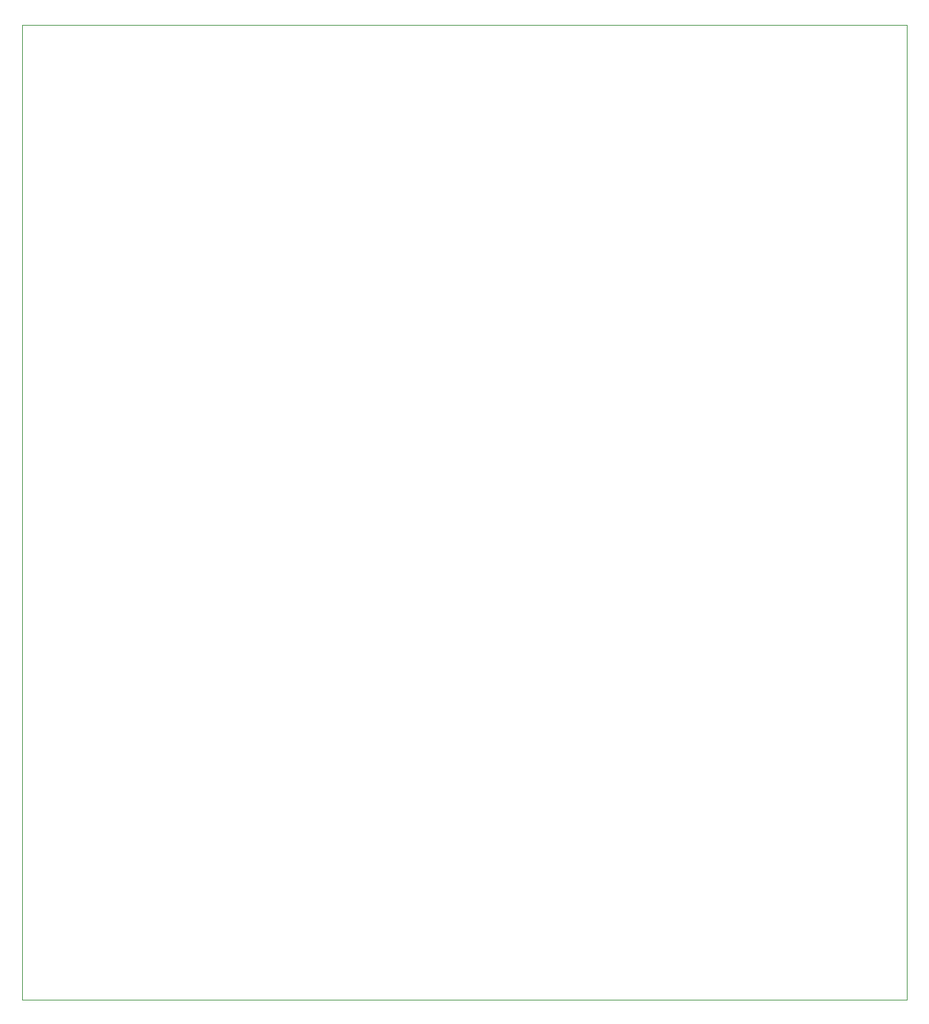
<source format=gbr>
%TF.GenerationSoftware,KiCad,Pcbnew,(5.1.0)-1*%
%TF.CreationDate,2020-10-02T12:35:23-04:00*%
%TF.ProjectId,BadgersHollowSchematic,42616467-6572-4734-986f-6c6c6f775363,rev?*%
%TF.SameCoordinates,Original*%
%TF.FileFunction,Profile,NP*%
%FSLAX46Y46*%
G04 Gerber Fmt 4.6, Leading zero omitted, Abs format (unit mm)*
G04 Created by KiCad (PCBNEW (5.1.0)-1) date 2020-10-02 12:35:23*
%MOMM*%
%LPD*%
G04 APERTURE LIST*
%ADD10C,0.050000*%
G04 APERTURE END LIST*
D10*
X27940000Y-29972000D02*
X27940000Y-149098000D01*
X136144000Y-29972000D02*
X27940000Y-29972000D01*
X136144000Y-149098000D02*
X136144000Y-29972000D01*
X27940000Y-149098000D02*
X136144000Y-149098000D01*
M02*

</source>
